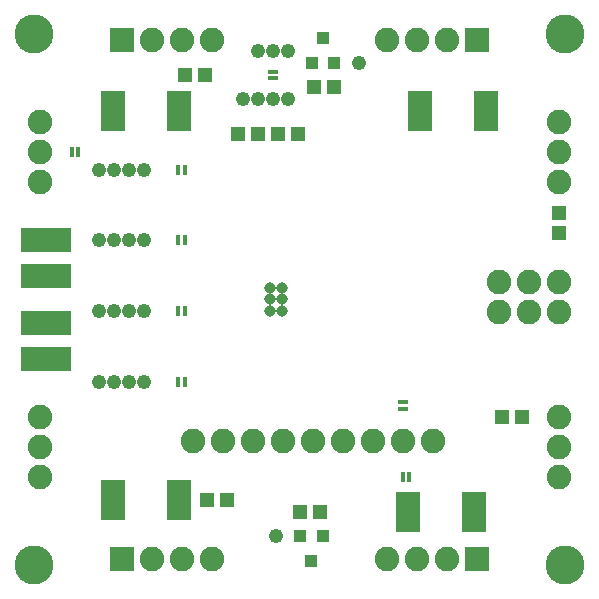
<source format=gbs>
G75*
%MOIN*%
%OFA0B0*%
%FSLAX25Y25*%
%IPPOS*%
%LPD*%
%AMOC8*
5,1,8,0,0,1.08239X$1,22.5*
%
%ADD10C,0.13005*%
%ADD11C,0.08200*%
%ADD12C,0.04800*%
%ADD13R,0.01600X0.03200*%
%ADD14R,0.05131X0.04737*%
%ADD15R,0.04737X0.05131*%
%ADD16R,0.03950X0.04343*%
%ADD17R,0.07887X0.13398*%
%ADD18R,0.08200X0.08200*%
%ADD19R,0.03200X0.01600*%
%ADD20R,0.16548X0.07887*%
%ADD21C,0.03817*%
D10*
X0011443Y0011443D03*
X0011443Y0188608D03*
X0188608Y0188608D03*
X0188608Y0011443D03*
D11*
X0186639Y0040970D03*
X0186639Y0050970D03*
X0186639Y0060970D03*
X0186639Y0095931D03*
X0176639Y0095931D03*
X0166639Y0095931D03*
X0166639Y0105931D03*
X0176639Y0105931D03*
X0186639Y0105931D03*
X0186639Y0139080D03*
X0186639Y0149080D03*
X0186639Y0159080D03*
X0149080Y0186639D03*
X0139080Y0186639D03*
X0129080Y0186639D03*
X0070970Y0186639D03*
X0060970Y0186639D03*
X0050970Y0186639D03*
X0013411Y0159080D03*
X0013411Y0149080D03*
X0013411Y0139080D03*
X0013411Y0060970D03*
X0013411Y0050970D03*
X0013411Y0040970D03*
X0050970Y0013411D03*
X0060970Y0013411D03*
X0070970Y0013411D03*
X0074592Y0052781D03*
X0064592Y0052781D03*
X0084592Y0052781D03*
X0094592Y0052781D03*
X0104592Y0052781D03*
X0114592Y0052781D03*
X0124592Y0052781D03*
X0134592Y0052781D03*
X0144592Y0052781D03*
X0149080Y0013411D03*
X0139080Y0013411D03*
X0129080Y0013411D03*
D12*
X0092151Y0021285D03*
X0048096Y0072466D03*
X0043096Y0072466D03*
X0038096Y0072466D03*
X0033096Y0072466D03*
X0033096Y0096088D03*
X0038096Y0096088D03*
X0043096Y0096088D03*
X0048096Y0096088D03*
X0048096Y0119710D03*
X0043096Y0119710D03*
X0038096Y0119710D03*
X0033096Y0119710D03*
X0033096Y0143332D03*
X0038096Y0143332D03*
X0043096Y0143332D03*
X0048096Y0143332D03*
X0081088Y0166954D03*
X0086088Y0166954D03*
X0091088Y0166954D03*
X0096088Y0166954D03*
X0096088Y0182702D03*
X0091088Y0182702D03*
X0086088Y0182702D03*
X0119710Y0178765D03*
D13*
X0061755Y0143332D03*
X0059555Y0143332D03*
X0059555Y0119710D03*
X0061755Y0119710D03*
X0061755Y0096088D03*
X0059555Y0096088D03*
X0059555Y0072466D03*
X0061755Y0072466D03*
X0134358Y0040970D03*
X0136558Y0040970D03*
X0026322Y0149080D03*
X0024122Y0149080D03*
D14*
X0061836Y0174828D03*
X0068529Y0174828D03*
X0079395Y0155143D03*
X0086088Y0155143D03*
X0092742Y0155143D03*
X0099435Y0155143D03*
X0104946Y0170891D03*
X0111639Y0170891D03*
X0167545Y0060970D03*
X0174238Y0060970D03*
X0106915Y0029159D03*
X0100222Y0029159D03*
X0075813Y0033096D03*
X0069120Y0033096D03*
D15*
X0186639Y0122269D03*
X0186639Y0128962D03*
D16*
X0111639Y0178765D03*
X0104159Y0178765D03*
X0107899Y0187033D03*
X0107702Y0021285D03*
X0100222Y0021285D03*
X0103962Y0013017D03*
D17*
X0136246Y0029159D03*
X0158293Y0029159D03*
X0059868Y0033096D03*
X0037820Y0033096D03*
X0037820Y0163017D03*
X0059868Y0163017D03*
X0140183Y0163017D03*
X0162230Y0163017D03*
D18*
X0159080Y0186639D03*
X0040970Y0186639D03*
X0040970Y0013411D03*
X0159080Y0013411D03*
D19*
X0134592Y0063492D03*
X0134592Y0065692D03*
X0091088Y0173728D03*
X0091088Y0175928D03*
D20*
X0015380Y0119710D03*
X0015380Y0107899D03*
X0015380Y0092151D03*
X0015380Y0080340D03*
D21*
X0090183Y0096088D03*
X0094120Y0096088D03*
X0094120Y0100025D03*
X0094120Y0103962D03*
X0090183Y0103962D03*
X0090183Y0100025D03*
M02*

</source>
